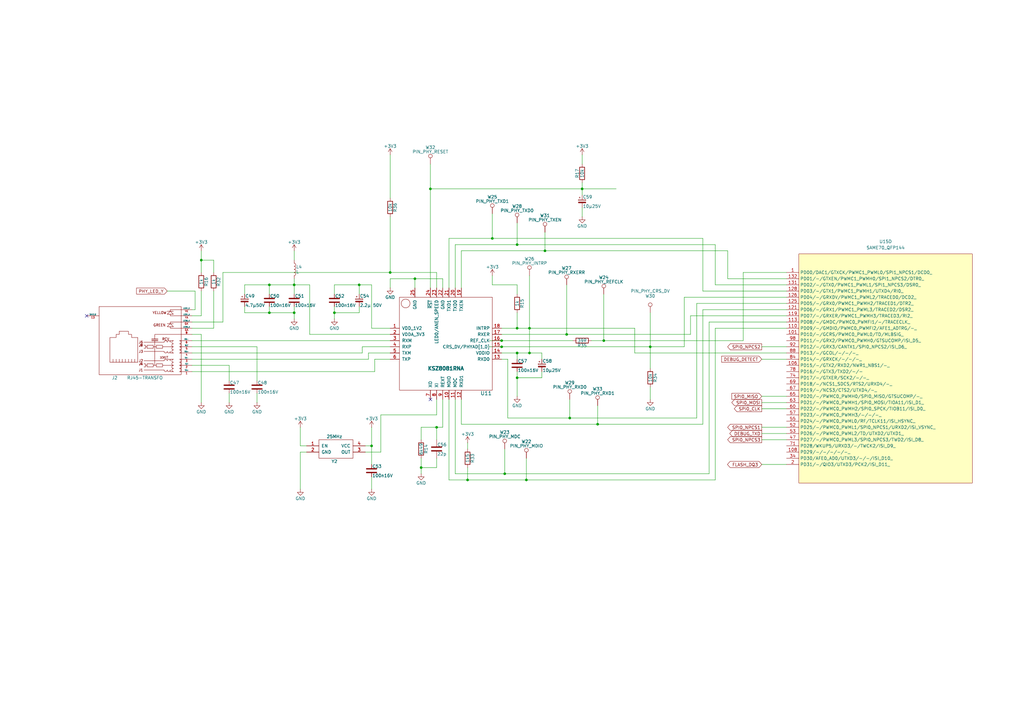
<source format=kicad_sch>
(kicad_sch (version 20231120) (generator "eeschema") (generator_version "8.0")
  (paper "A3")
  (junction (at 82.55 106.68))
  (junction (at 172.72 191.77))
  (junction (at 245.11 173.99))
  (junction (at 232.41 137.16))
  (junction (at 110.49 116.84))
  (junction (at 205.74 139.7))
  (junction (at 233.68 171.45))
  (junction (at 147.32 116.84))
  (junction (at 179.07 175.26))
  (junction (at 215.9 196.85))
  (junction (at 152.4 182.88))
  (junction (at 212.09 134.62))
  (junction (at 207.01 194.31))
  (junction (at 110.49 128.27))
  (junction (at 266.7 142.24))
  (junction (at 191.77 196.85))
  (junction (at 212.09 144.78))
  (junction (at 120.65 128.27))
  (junction (at 212.09 154.94))
  (junction (at 137.16 128.27))
  (junction (at 170.18 114.3))
  (junction (at 217.17 144.78))
  (junction (at 201.93 97.79))
  (junction (at 217.17 134.62))
  (junction (at 212.09 100.33))
  (junction (at 205.74 142.24))
  (junction (at 238.76 77.47))
  (junction (at 176.53 77.47))
  (junction (at 223.52 102.87))
  (junction (at 160.02 111.76))
  (junction (at 120.65 116.84))
  (junction (at 247.65 139.7))
  (no_connect (at 35.56 129.54))
  (no_connect (at 176.53 163.83))
  (wire (pts (xy 312.42 147.32) (xy 322.58 147.32)))
  (wire (pts (xy 160.02 111.76) (xy 179.07 111.76)))
  (wire (pts (xy 238.76 85.09) (xy 238.76 88.9)))
  (wire (pts (xy 151.13 144.78) (xy 160.02 144.78)))
  (wire (pts (xy 217.17 134.62) (xy 217.17 144.78)))
  (wire (pts (xy 217.17 134.62) (xy 260.35 134.62)))
  (wire (pts (xy 312.42 142.24) (xy 322.58 142.24)))
  (wire (pts (xy 201.93 87.63) (xy 201.93 97.79)))
  (wire (pts (xy 222.25 154.94) (xy 212.09 154.94)))
  (wire (pts (xy 266.7 158.75) (xy 266.7 163.83)))
  (wire (pts (xy 91.44 111.76) (xy 91.44 132.08)))
  (wire (pts (xy 238.76 77.47) (xy 238.76 80.01)))
  (wire (pts (xy 212.09 154.94) (xy 212.09 162.56)))
  (wire (pts (xy 82.55 106.68) (xy 87.63 106.68)))
  (wire (pts (xy 82.55 129.54) (xy 78.74 129.54)))
  (wire (pts (xy 152.4 175.26) (xy 152.4 182.88)))
  (wire (pts (xy 285.75 124.46) (xy 285.75 171.45)))
  (wire (pts (xy 170.18 114.3) (xy 170.18 118.11)))
  (wire (pts (xy 191.77 191.77) (xy 191.77 196.85)))
  (wire (pts (xy 137.16 128.27) (xy 137.16 130.81)))
  (wire (pts (xy 93.98 161.29) (xy 93.98 165.1)))
  (wire (pts (xy 172.72 187.96) (xy 172.72 191.77)))
  (wire (pts (xy 100.33 125.73) (xy 100.33 128.27)))
  (wire (pts (xy 87.63 134.62) (xy 78.74 134.62)))
  (wire (pts (xy 312.42 190.5) (xy 322.58 190.5)))
  (wire (pts (xy 233.68 171.45) (xy 285.75 171.45)))
  (wire (pts (xy 80.01 127) (xy 80.01 119.38)))
  (wire (pts (xy 205.74 137.16) (xy 232.41 137.16)))
  (wire (pts (xy 217.17 113.03) (xy 217.17 134.62)))
  (wire (pts (xy 189.23 173.99) (xy 245.11 173.99)))
  (wire (pts (xy 290.83 132.08) (xy 290.83 194.31)))
  (wire (pts (xy 322.58 124.46) (xy 285.75 124.46)))
  (wire (pts (xy 212.09 116.84) (xy 212.09 120.65)))
  (wire (pts (xy 148.59 144.78) (xy 148.59 142.24)))
  (wire (pts (xy 153.67 147.32) (xy 160.02 147.32)))
  (wire (pts (xy 201.93 97.79) (xy 288.29 97.79)))
  (wire (pts (xy 105.41 161.29) (xy 105.41 165.1)))
  (wire (pts (xy 215.9 196.85) (xy 293.37 196.85)))
  (wire (pts (xy 298.45 114.3) (xy 298.45 102.87)))
  (wire (pts (xy 217.17 144.78) (xy 212.09 144.78)))
  (wire (pts (xy 280.67 121.92) (xy 280.67 142.24)))
  (wire (pts (xy 82.55 106.68) (xy 82.55 111.76)))
  (wire (pts (xy 186.69 100.33) (xy 186.69 118.11)))
  (wire (pts (xy 189.23 118.11) (xy 189.23 102.87)))
  (wire (pts (xy 152.4 182.88) (xy 149.86 182.88)))
  (wire (pts (xy 238.76 63.5) (xy 238.76 67.31)))
  (wire (pts (xy 152.4 134.62) (xy 152.4 116.84)))
  (wire (pts (xy 312.42 165.1) (xy 322.58 165.1)))
  (wire (pts (xy 222.25 144.78) (xy 222.25 147.32)))
  (wire (pts (xy 78.74 144.78) (xy 148.59 144.78)))
  (wire (pts (xy 78.74 137.16) (xy 82.55 137.16)))
  (wire (pts (xy 212.09 100.33) (xy 293.37 100.33)))
  (wire (pts (xy 312.42 162.56) (xy 322.58 162.56)))
  (wire (pts (xy 82.55 102.87) (xy 82.55 106.68)))
  (wire (pts (xy 217.17 144.78) (xy 222.25 144.78)))
  (wire (pts (xy 172.72 191.77) (xy 179.07 191.77)))
  (wire (pts (xy 152.4 134.62) (xy 160.02 134.62)))
  (wire (pts (xy 152.4 195.58) (xy 152.4 200.66)))
  (wire (pts (xy 205.74 147.32) (xy 208.28 147.32)))
  (wire (pts (xy 191.77 181.61) (xy 191.77 184.15)))
  (wire (pts (xy 123.19 185.42) (xy 125.73 185.42)))
  (wire (pts (xy 208.28 147.32) (xy 208.28 171.45)))
  (wire (pts (xy 176.53 77.47) (xy 176.53 118.11)))
  (wire (pts (xy 184.15 196.85) (xy 191.77 196.85)))
  (wire (pts (xy 147.32 125.73) (xy 147.32 128.27)))
  (wire (pts (xy 179.07 175.26) (xy 179.07 180.34)))
  (wire (pts (xy 212.09 134.62) (xy 217.17 134.62)))
  (wire (pts (xy 238.76 77.47) (xy 252.73 77.47)))
  (wire (pts (xy 266.7 128.27) (xy 266.7 142.24)))
  (wire (pts (xy 181.61 175.26) (xy 181.61 163.83)))
  (wire (pts (xy 110.49 125.73) (xy 110.49 128.27)))
  (wire (pts (xy 200.66 142.24) (xy 205.74 142.24)))
  (wire (pts (xy 312.42 175.26) (xy 322.58 175.26)))
  (wire (pts (xy 184.15 163.83) (xy 184.15 196.85)))
  (wire (pts (xy 189.23 163.83) (xy 189.23 173.99)))
  (wire (pts (xy 247.65 120.65) (xy 247.65 139.7)))
  (wire (pts (xy 266.7 142.24) (xy 266.7 151.13)))
  (wire (pts (xy 147.32 116.84) (xy 147.32 120.65)))
  (wire (pts (xy 208.28 171.45) (xy 233.68 171.45)))
  (wire (pts (xy 212.09 91.44) (xy 212.09 100.33)))
  (wire (pts (xy 156.21 170.18) (xy 179.07 170.18)))
  (wire (pts (xy 288.29 127) (xy 288.29 173.99)))
  (wire (pts (xy 120.65 114.3) (xy 120.65 116.84)))
  (wire (pts (xy 160.02 63.5) (xy 160.02 81.28)))
  (wire (pts (xy 200.66 139.7) (xy 205.74 139.7)))
  (wire (pts (xy 110.49 128.27) (xy 120.65 128.27)))
  (wire (pts (xy 205.74 139.7) (xy 234.95 139.7)))
  (wire (pts (xy 110.49 116.84) (xy 100.33 116.84)))
  (wire (pts (xy 322.58 116.84) (xy 293.37 116.84)))
  (wire (pts (xy 186.69 163.83) (xy 186.69 194.31)))
  (wire (pts (xy 78.74 127) (xy 80.01 127)))
  (wire (pts (xy 105.41 142.24) (xy 105.41 156.21)))
  (wire (pts (xy 186.69 100.33) (xy 212.09 100.33)))
  (wire (pts (xy 78.74 139.7) (xy 160.02 139.7)))
  (wire (pts (xy 212.09 144.78) (xy 212.09 147.32)))
  (wire (pts (xy 152.4 182.88) (xy 152.4 190.5)))
  (wire (pts (xy 172.72 175.26) (xy 179.07 175.26)))
  (wire (pts (xy 322.58 127) (xy 288.29 127)))
  (wire (pts (xy 172.72 180.34) (xy 172.72 175.26)))
  (wire (pts (xy 78.74 142.24) (xy 105.41 142.24)))
  (wire (pts (xy 160.02 114.3) (xy 170.18 114.3)))
  (wire (pts (xy 223.52 95.25) (xy 223.52 102.87)))
  (wire (pts (xy 78.74 152.4) (xy 153.67 152.4)))
  (wire (pts (xy 322.58 132.08) (xy 290.83 132.08)))
  (wire (pts (xy 283.21 129.54) (xy 283.21 137.16)))
  (wire (pts (xy 242.57 139.7) (xy 247.65 139.7)))
  (wire (pts (xy 247.65 139.7) (xy 304.8 139.7)))
  (wire (pts (xy 260.35 144.78) (xy 260.35 134.62)))
  (wire (pts (xy 207.01 184.15) (xy 207.01 194.31)))
  (wire (pts (xy 322.58 129.54) (xy 283.21 129.54)))
  (wire (pts (xy 100.33 116.84) (xy 100.33 120.65)))
  (wire (pts (xy 82.55 137.16) (xy 82.55 165.1)))
  (wire (pts (xy 293.37 134.62) (xy 293.37 196.85)))
  (wire (pts (xy 93.98 149.86) (xy 93.98 156.21)))
  (wire (pts (xy 149.86 185.42) (xy 156.21 185.42)))
  (wire (pts (xy 137.16 116.84) (xy 137.16 120.65)))
  (wire (pts (xy 181.61 114.3) (xy 181.61 118.11)))
  (wire (pts (xy 147.32 116.84) (xy 137.16 116.84)))
  (wire (pts (xy 186.69 194.31) (xy 207.01 194.31)))
  (wire (pts (xy 201.93 113.03) (xy 201.93 116.84)))
  (wire (pts (xy 322.58 119.38) (xy 288.29 119.38)))
  (wire (pts (xy 152.4 116.84) (xy 147.32 116.84)))
  (wire (pts (xy 222.25 152.4) (xy 222.25 154.94)))
  (wire (pts (xy 322.58 114.3) (xy 298.45 114.3)))
  (wire (pts (xy 280.67 142.24) (xy 266.7 142.24)))
  (wire (pts (xy 245.11 166.37) (xy 245.11 173.99)))
  (wire (pts (xy 120.65 116.84) (xy 120.65 120.65)))
  (wire (pts (xy 288.29 119.38) (xy 288.29 97.79)))
  (wire (pts (xy 151.13 147.32) (xy 151.13 144.78)))
  (wire (pts (xy 156.21 185.42) (xy 156.21 170.18)))
  (wire (pts (xy 233.68 163.83) (xy 233.68 171.45)))
  (wire (pts (xy 160.02 118.11) (xy 160.02 114.3)))
  (wire (pts (xy 245.11 173.99) (xy 288.29 173.99)))
  (wire (pts (xy 238.76 74.93) (xy 238.76 77.47)))
  (wire (pts (xy 293.37 116.84) (xy 293.37 100.33)))
  (wire (pts (xy 205.74 144.78) (xy 212.09 144.78)))
  (wire (pts (xy 322.58 111.76) (xy 304.8 111.76)))
  (wire (pts (xy 191.77 196.85) (xy 215.9 196.85)))
  (wire (pts (xy 179.07 163.83) (xy 179.07 170.18)))
  (wire (pts (xy 82.55 119.38) (xy 82.55 129.54)))
  (wire (pts (xy 87.63 119.38) (xy 87.63 134.62)))
  (wire (pts (xy 123.19 200.66) (xy 123.19 185.42)))
  (wire (pts (xy 322.58 144.78) (xy 260.35 144.78)))
  (wire (pts (xy 205.74 142.24) (xy 266.7 142.24)))
  (wire (pts (xy 207.01 194.31) (xy 290.83 194.31)))
  (wire (pts (xy 137.16 125.73) (xy 137.16 128.27)))
  (wire (pts (xy 184.15 97.79) (xy 184.15 118.11)))
  (wire (pts (xy 322.58 121.92) (xy 280.67 121.92)))
  (wire (pts (xy 148.59 142.24) (xy 160.02 142.24)))
  (wire (pts (xy 91.44 132.08) (xy 78.74 132.08)))
  (wire (pts (xy 172.72 191.77) (xy 172.72 194.31)))
  (wire (pts (xy 232.41 137.16) (xy 283.21 137.16)))
  (wire (pts (xy 78.74 149.86) (xy 93.98 149.86)))
  (wire (pts (xy 232.41 116.84) (xy 232.41 137.16)))
  (wire (pts (xy 110.49 116.84) (xy 110.49 120.65)))
  (wire (pts (xy 80.01 119.38) (xy 68.58 119.38)))
  (wire (pts (xy 223.52 102.87) (xy 298.45 102.87)))
  (wire (pts (xy 123.19 182.88) (xy 125.73 182.88)))
  (wire (pts (xy 189.23 102.87) (xy 223.52 102.87)))
  (wire (pts (xy 205.74 134.62) (xy 212.09 134.62)))
  (wire (pts (xy 120.65 128.27) (xy 120.65 130.81)))
  (wire (pts (xy 91.44 111.76) (xy 160.02 111.76)))
  (wire (pts (xy 176.53 77.47) (xy 238.76 77.47)))
  (wire (pts (xy 176.53 67.31) (xy 176.53 77.47)))
  (wire (pts (xy 120.65 116.84) (xy 110.49 116.84)))
  (wire (pts (xy 170.18 114.3) (xy 181.61 114.3)))
  (wire (pts (xy 160.02 88.9) (xy 160.02 111.76)))
  (wire (pts (xy 312.42 180.34) (xy 322.58 180.34)))
  (wire (pts (xy 87.63 106.68) (xy 87.63 111.76)))
  (wire (pts (xy 212.09 128.27) (xy 212.09 134.62)))
  (wire (pts (xy 179.07 111.76) (xy 179.07 118.11)))
  (wire (pts (xy 184.15 97.79) (xy 201.93 97.79)))
  (wire (pts (xy 78.74 147.32) (xy 151.13 147.32)))
  (wire (pts (xy 100.33 128.27) (xy 110.49 128.27)))
  (wire (pts (xy 215.9 187.96) (xy 215.9 196.85)))
  (wire (pts (xy 120.65 125.73) (xy 120.65 128.27)))
  (wire (pts (xy 312.42 167.64) (xy 322.58 167.64)))
  (wire (pts (xy 153.67 152.4) (xy 153.67 147.32)))
  (wire (pts (xy 322.58 134.62) (xy 293.37 134.62)))
  (wire (pts (xy 312.42 177.8) (xy 322.58 177.8)))
  (wire (pts (xy 123.19 175.26) (xy 123.19 182.88)))
  (wire (pts (xy 127 137.16) (xy 127 116.84)))
  (wire (pts (xy 120.65 102.87) (xy 120.65 106.68)))
  (wire (pts (xy 179.07 191.77) (xy 179.07 187.96)))
  (wire (pts (xy 304.8 111.76) (xy 304.8 139.7)))
  (wire (pts (xy 147.32 128.27) (xy 137.16 128.27)))
  (wire (pts (xy 179.07 175.26) (xy 181.61 175.26)))
  (wire (pts (xy 201.93 116.84) (xy 212.09 116.84)))
  (wire (pts (xy 127 137.16) (xy 160.02 137.16)))
  (wire (pts (xy 127 116.84) (xy 120.65 116.84)))
  (wire (pts (xy 212.09 152.4) (xy 212.09 154.94)))
  (global_label "SPI0_MISO" (shape input) (at 312.42 162.56 180) (property "Intersheetrefs" "${INTERSHEET_REFS}" (effects (hide yes))))
  (global_label "SPI0_CLK" (shape output) (at 312.42 167.64 180) (property "Intersheetrefs" "${INTERSHEET_REFS}" (effects (hide yes))))
  (global_label "SPI0_NPCS1" (shape output) (at 312.42 175.26 180) (property "Intersheetrefs" "${INTERSHEET_REFS}" (effects (hide yes))))
  (global_label "FLASH_DQ3" (shape bidirectional) (at 312.42 190.5 180) (property "Intersheetrefs" "${INTERSHEET_REFS}" (effects (hide yes))))
  (global_label "SPI0_NPCS2" (shape output) (at 312.42 142.24 180) (property "Intersheetrefs" "${INTERSHEET_REFS}" (effects (hide yes))))
  (global_label "DEBUG_DETECT" (shape input) (at 312.42 147.32 180) (property "Intersheetrefs" "${INTERSHEET_REFS}" (effects (hide yes))))
  (global_label "DEBUG_TXD" (shape output) (at 312.42 177.8 180) (property "Intersheetrefs" "${INTERSHEET_REFS}" (effects (hide yes))))
  (global_label "SPI0_NPCS3" (shape output) (at 312.42 180.34 180) (property "Intersheetrefs" "${INTERSHEET_REFS}" (effects (hide yes))))
  (global_label "SPI0_MOSI" (shape output) (at 312.42 165.1 180) (property "Intersheetrefs" "${INTERSHEET_REFS}" (effects (hide yes))))
  (global_label "PHY_LED_Y" (shape input) (at 68.58 119.38 180) (property "Intersheetrefs" "${INTERSHEET_REFS}" (effects (hide yes))))
  (symbol (lib_id "ATSAME70:KSZ8081RNA") (at 182.88 140.97 0) (unit 1)
    (property "Reference" "U11" (at 199.39 161.29 0) (effects (font (size 1.524 1.524))))
    (property "Value" "KSZ8081RNA" (at 182.88 151.13 0) (effects (font (size 1.524 1.524) (bold yes))))
    (property "Footprint" "mylib:QFN-24-1EP_4x4mm_Pitch0.5mm" (effects (hide yes)))
    (instances (project "TEST4" (path "" (reference "U11") (unit 1))) (project "ControllerBoard" (path "" (reference "U5") (unit 1))))
  )
  (symbol (lib_id "ATSAME70:RJ45-TRANSFO") (at 50.8 139.7 180) (unit 1)
    (property "Reference" "J2" (at 48.26 154.94 0) (effects (justify left)))
    (property "Value" "RJ45-TRANSFO" (at 52.07 154.94 0) (effects (justify right)))
    (property "Footprint" "mylib:RJ45_TRANSFO_CONNEX_11AC010X" (effects (hide yes)))
    (instances (project "TEST4" (path "" (reference "J2") (unit 1))) (project "ControllerBoard" (path "" (reference "J1") (unit 1))))
  )
  (symbol (lib_id "ATSAME70:GND") (at 93.98 165.1 0) (unit 1)
    (property "Reference" "#PWR094" (effects (hide yes)))
    (property "Value" "GND" (at 93.98 168.91 0))
    (property "Description" "Power symbol creates a global label with name \"GND\" , ground" (effects (hide yes)))
    (instances (project "TEST4" (path "" (reference "#PWR094") (unit 1))) (project "" (path "" (reference "#PWR37") (unit 1))))
  )
  (symbol (lib_id "ATSAME70:GND") (at 105.41 165.1 0) (unit 1)
    (property "Reference" "#PWR095" (effects (hide yes)))
    (property "Value" "GND" (at 105.41 168.91 0))
    (property "Description" "Power symbol creates a global label with name \"GND\" , ground" (effects (hide yes)))
    (instances (project "TEST4" (path "" (reference "#PWR095") (unit 1))) (project "" (path "" (reference "#PWR40") (unit 1))))
  )
  (symbol (lib_id "ATSAME70:C_100n_16V_0402") (at 93.98 158.75 0) (unit 1)
    (property "Reference" "C47" (at 94.234 156.972 0) (effects (justify left)))
    (property "Value" "100n16V" (at 94.234 160.782 0) (effects (justify left)))
    (property "Footprint" "ATSAME70:C_0402" (effects (hide yes)))
    (property "Description" "Unpolarized capacitor" (effects (hide yes)))
    (property "LCSC" "C1525" (effects (hide yes)))
    (instances (project "TEST4" (path "" (reference "C47") (unit 1))) (project "ControllerBoard" (path "" (reference "C24") (unit 1))))
  )
  (symbol (lib_id "ATSAME70:C_100n_16V_0402") (at 105.41 158.75 0) (unit 1)
    (property "Reference" "C48" (at 105.664 156.972 0) (effects (justify left)))
    (property "Value" "100n16V" (at 105.664 160.782 0) (effects (justify left)))
    (property "Footprint" "ATSAME70:C_0402" (effects (hide yes)))
    (property "Description" "Unpolarized capacitor" (effects (hide yes)))
    (property "LCSC" "C1525" (effects (hide yes)))
    (instances (project "TEST4" (path "" (reference "C48") (unit 1))) (project "ControllerBoard" (path "" (reference "C26") (unit 1))))
  )
  (symbol (lib_id "TEST4-rescue:CP_Small") (at 147.32 123.19 0) (unit 1)
    (property "Reference" "C54" (at 147.574 121.412 0) (effects (justify left)))
    (property "Value" "2.2µ 50V" (at 147.574 125.222 0) (effects (justify left)))
    (property "Footprint" "mylib:C_1206" (effects (hide yes)))
    (instances (project "TEST4" (path "" (reference "C54") (unit 1))) (project "ControllerBoard" (path "" (reference "C30") (unit 1))))
  )
  (symbol (lib_id "ATSAME70:C_100n_16V_0402") (at 137.16 123.19 0) (unit 1)
    (property "Reference" "C52" (at 137.414 121.412 0) (effects (justify left)))
    (property "Value" "100n16V" (at 137.414 125.222 0) (effects (justify left)))
    (property "Footprint" "ATSAME70:C_0402" (effects (hide yes)))
    (property "Description" "Unpolarized capacitor" (effects (hide yes)))
    (property "LCSC" "C1525" (effects (hide yes)))
    (instances (project "TEST4" (path "" (reference "C52") (unit 1))) (project "ControllerBoard" (path "" (reference "C29") (unit 1))))
  )
  (symbol (lib_id "ATSAME70:C_100n_16V_0402") (at 110.49 123.19 0) (unit 1)
    (property "Reference" "C50" (at 110.744 121.412 0) (effects (justify left)))
    (property "Value" "100n16V" (at 110.744 125.222 0) (effects (justify left)))
    (property "Footprint" "ATSAME70:C_0402" (effects (hide yes)))
    (property "Description" "Unpolarized capacitor" (effects (hide yes)))
    (property "LCSC" "C1525" (effects (hide yes)))
    (instances (project "TEST4" (path "" (reference "C50") (unit 1))) (project "ControllerBoard" (path "" (reference "C27") (unit 1))))
  )
  (symbol (lib_id "ATSAME70:GND") (at 137.16 130.81 0) (unit 1)
    (property "Reference" "#PWR096" (effects (hide yes)))
    (property "Value" "GND" (at 137.16 134.62 0))
    (property "Description" "Power symbol creates a global label with name \"GND\" , ground" (effects (hide yes)))
    (instances (project "TEST4" (path "" (reference "#PWR096") (unit 1))) (project "" (path "" (reference "#PWR43") (unit 1))))
  )
  (symbol (lib_id "ATSAME70:C_Polarized_Small") (at 100.33 123.19 0) (unit 1)
    (property "Reference" "C49" (at 100.584 121.412 0) (effects (justify left)))
    (property "Value" "4.7µ50V" (at 100.584 125.222 0) (effects (justify left)))
    (property "Footprint" "mylib:C_1206" (effects (hide yes)))
    (property "Description" "Polarized capacitor, small symbol" (effects (hide yes)))
    (instances (project "TEST4" (path "" (reference "C49") (unit 1))) (project "ControllerBoard" (path "" (reference "C25") (unit 1))))
  )
  (symbol (lib_id "ATSAME70:C_100n_16V_0402") (at 120.65 123.19 0) (unit 1)
    (property "Reference" "C51" (at 120.904 121.412 0) (effects (justify left)))
    (property "Value" "100n16V" (at 120.904 125.222 0) (effects (justify left)))
    (property "Footprint" "ATSAME70:C_0402" (effects (hide yes)))
    (property "Description" "Unpolarized capacitor" (effects (hide yes)))
    (property "LCSC" "C1525" (effects (hide yes)))
    (instances (project "TEST4" (path "" (reference "C51") (unit 1))) (project "ControllerBoard" (path "" (reference "C28") (unit 1))))
  )
  (symbol (lib_id "ATSAME70:GND") (at 120.65 130.81 0) (unit 1)
    (property "Reference" "#PWR097" (effects (hide yes)))
    (property "Value" "GND" (at 120.65 134.62 0))
    (property "Description" "Power symbol creates a global label with name \"GND\" , ground" (effects (hide yes)))
    (instances (project "TEST4" (path "" (reference "#PWR097") (unit 1))) (project "" (path "" (reference "#PWR42") (unit 1))))
  )
  (symbol (lib_id "ATSAME70:+3.3V") (at 120.65 102.87 0) (unit 1)
    (property "Reference" "#PWR098" (effects (hide yes)))
    (property "Value" "+3V3" (at 120.65 99.314 0))
    (property "Description" "Power symbol creates a global label with name \"+3.3V\"" (effects (hide yes)))
    (instances (project "TEST4" (path "" (reference "#PWR098") (unit 1))) (project "" (path "" (reference "#PWR41") (unit 1))))
  )
  (symbol (lib_id "ATSAME70:R") (at 212.09 124.46 0) (unit 1)
    (property "Reference" "R15" (at 214.122 124.46 90))
    (property "Value" "1k" (at 212.09 124.46 90))
    (property "Footprint" "mylib:R_1206" (effects (hide yes)))
    (property "Description" "Resistor" (effects (hide yes)))
    (instances (project "TEST4" (path "" (reference "R15") (unit 1))) (project "ControllerBoard" (path "" (reference "R39") (unit 1))))
  )
  (symbol (lib_id "ATSAME70:+3.3V") (at 201.93 113.03 0) (unit 1)
    (property "Reference" "#PWR099" (effects (hide yes)))
    (property "Value" "+3V3" (at 201.93 109.474 0))
    (property "Description" "Power symbol creates a global label with name \"+3.3V\"" (effects (hide yes)))
    (instances (project "TEST4" (path "" (reference "#PWR099") (unit 1))) (project "" (path "" (reference "#PWR55") (unit 1))))
  )
  (symbol (lib_id "ATSAME70:C_100n_16V_0402") (at 212.09 149.86 0) (unit 1)
    (property "Reference" "C57" (at 212.344 148.082 0) (effects (justify left)))
    (property "Value" "100n16V" (at 212.344 151.892 0) (effects (justify left)))
    (property "Footprint" "ATSAME70:C_0402" (effects (hide yes)))
    (property "Description" "Unpolarized capacitor" (effects (hide yes)))
    (property "LCSC" "C1525" (effects (hide yes)))
    (instances (project "TEST4" (path "" (reference "C57") (unit 1))) (project "ControllerBoard" (path "" (reference "C33") (unit 1))))
  )
  (symbol (lib_id "ATSAME70:R") (at 172.72 184.15 0) (unit 1)
    (property "Reference" "R14" (at 174.752 184.15 90))
    (property "Value" "6k49" (at 172.72 184.15 90))
    (property "Footprint" "mylib:R_0805" (effects (hide yes)))
    (property "Description" "Resistor" (effects (hide yes)))
    (instances (project "TEST4" (path "" (reference "R14") (unit 1))) (project "ControllerBoard" (path "" (reference "R34") (unit 1))))
  )
  (symbol (lib_id "ATSAME70:C") (at 179.07 184.15 0) (unit 1)
    (property "Reference" "C56" (at 179.324 182.372 0) (effects (justify left)))
    (property "Value" "22p" (at 179.324 186.182 0) (effects (justify left)))
    (property "Footprint" "ATSAME70:C_0402" (effects (hide yes)))
    (property "Description" "Unpolarized capacitor" (effects (hide yes)))
    (property "LCSC" "C1555" (effects (hide yes)))
    (instances (project "TEST4" (path "" (reference "C56") (unit 1))) (project "ControllerBoard" (path "" (reference "C32") (unit 1))))
  )
  (symbol (lib_id "ATSAME70:GND") (at 123.19 200.66 0) (unit 1)
    (property "Reference" "#PWR0101" (effects (hide yes)))
    (property "Value" "GND" (at 123.19 204.47 0))
    (property "Description" "Power symbol creates a global label with name \"GND\" , ground" (effects (hide yes)))
    (instances (project "TEST4" (path "" (reference "#PWR0101") (unit 1))) (project "" (path "" (reference "#PWR39") (unit 1))))
  )
  (symbol (lib_id "ATSAME70:GND") (at 212.09 162.56 0) (unit 1)
    (property "Reference" "#PWR0102" (effects (hide yes)))
    (property "Value" "GND" (at 212.09 166.37 0))
    (property "Description" "Power symbol creates a global label with name \"GND\" , ground" (effects (hide yes)))
    (instances (project "TEST4" (path "" (reference "#PWR0102") (unit 1))) (project "" (path "" (reference "#PWR50") (unit 1))))
  )
  (symbol (lib_id "TEST4-rescue:CP_Small") (at 222.25 149.86 0) (unit 1)
    (property "Reference" "C58" (at 222.504 148.082 0) (effects (justify left)))
    (property "Value" "10µ25V" (at 222.504 151.892 0) (effects (justify left)))
    (property "Footprint" "mylib:C_1206" (effects (hide yes)))
    (instances (project "TEST4" (path "" (reference "C58") (unit 1))) (project "ControllerBoard" (path "" (reference "C34") (unit 1))))
  )
  (symbol (lib_id "ATSAME70:GND") (at 160.02 118.11 0) (unit 1)
    (property "Reference" "#PWR0103" (effects (hide yes)))
    (property "Value" "GND" (at 160.02 121.92 0))
    (property "Description" "Power symbol creates a global label with name \"GND\" , ground" (effects (hide yes)))
    (instances (project "TEST4" (path "" (reference "#PWR0103") (unit 1))) (project "" (path "" (reference "#PWR46") (unit 1))))
  )
  (symbol (lib_id "ATSAME70:R") (at 82.55 115.57 0) (unit 1)
    (property "Reference" "R16" (at 84.582 115.57 90))
    (property "Value" "1k" (at 82.55 115.57 90))
    (property "Footprint" "mylib:R_1206" (effects (hide yes)))
    (property "Description" "Resistor" (effects (hide yes)))
    (instances (project "TEST4" (path "" (reference "R16") (unit 1))) (project "ControllerBoard" (path "" (reference "R31") (unit 1))))
  )
  (symbol (lib_id "ATSAME70:+3.3V") (at 82.55 102.87 0) (unit 1)
    (property "Reference" "#PWR0104" (effects (hide yes)))
    (property "Value" "+3V3" (at 82.55 99.314 0))
    (property "Description" "Power symbol creates a global label with name \"+3.3V\"" (effects (hide yes)))
    (instances (project "TEST4" (path "" (reference "#PWR0104") (unit 1))) (project "" (path "" (reference "#PWR35") (unit 1))))
  )
  (symbol (lib_id "ATSAME70:GND") (at 82.55 165.1 0) (unit 1)
    (property "Reference" "#PWR0105" (effects (hide yes)))
    (property "Value" "GND" (at 82.55 168.91 0))
    (property "Description" "Power symbol creates a global label with name \"GND\" , ground" (effects (hide yes)))
    (instances (project "TEST4" (path "" (reference "#PWR0105") (unit 1))) (project "" (path "" (reference "#PWR36") (unit 1))))
  )
  (symbol (lib_id "TEST4-rescue:CP_Small") (at 238.76 82.55 0) (unit 1)
    (property "Reference" "C59" (at 239.014 80.772 0) (effects (justify left)))
    (property "Value" "10µ25V" (at 239.014 84.582 0) (effects (justify left)))
    (property "Footprint" "mylib:C_1206" (effects (hide yes)))
    (instances (project "TEST4" (path "" (reference "C59") (unit 1))) (project "ControllerBoard" (path "" (reference "C35") (unit 1))))
  )
  (symbol (lib_id "ATSAME70:GND") (at 238.76 88.9 0) (unit 1)
    (property "Reference" "#PWR0106" (effects (hide yes)))
    (property "Value" "GND" (at 238.76 92.71 0))
    (property "Description" "Power symbol creates a global label with name \"GND\" , ground" (effects (hide yes)))
    (instances (project "TEST4" (path "" (reference "#PWR0106") (unit 1))) (project "" (path "" (reference "#PWR54") (unit 1))))
  )
  (symbol (lib_id "ATSAME70:R_10k_0402") (at 238.76 71.12 180) (unit 1)
    (property "Reference" "R17" (at 236.728 71.12 90))
    (property "Value" "10k" (at 238.76 71.12 90))
    (property "Footprint" "ATSAME70:R_0402" (effects (hide yes)))
    (property "Description" "62.5mW Thick Film Resistors 50V ±100ppm/℃ ±1% 10kΩ 0402 Chip Resistor - Surface Mount ROHS" (effects (hide yes)))
    (property "LCSC" "C25744" (effects (hide yes)))
    (instances (project "TEST4" (path "" (reference "R17") (unit 1))) (project "ControllerBoard" (path "" (reference "R38") (unit 1))))
  )
  (symbol (lib_id "ATSAME70:+3.3V") (at 238.76 63.5 0) (unit 1)
    (property "Reference" "#PWR0107" (effects (hide yes)))
    (property "Value" "+3V3" (at 238.76 59.944 0))
    (property "Description" "Power symbol creates a global label with name \"+3.3V\"" (effects (hide yes)))
    (instances (project "TEST4" (path "" (reference "#PWR0107") (unit 1))) (project "" (path "" (reference "#PWR53") (unit 1))))
  )
  (symbol (lib_id "ATSAME70:GND") (at 172.72 194.31 0) (unit 1)
    (property "Reference" "#PWR0108" (effects (hide yes)))
    (property "Value" "GND" (at 172.72 198.12 0))
    (property "Description" "Power symbol creates a global label with name \"GND\" , ground" (effects (hide yes)))
    (instances (project "TEST4" (path "" (reference "#PWR0108") (unit 1))) (project "" (path "" (reference "#PWR48") (unit 1))))
  )
  (symbol (lib_id "ATSAME70:OSC_XO91") (at 137.16 184.15 0) (unit 1)
    (property "Reference" "Y2" (at 137.16 189.23 0))
    (property "Value" "25MHz" (at 137.16 179.07 0))
    (property "Footprint" "ATSAME70:TCXO_53" (effects (hide yes)))
    (property "LCSC" "C70560" (effects (hide yes)))
  )
  (symbol (lib_id "ATSAME70:+3.3V") (at 123.19 175.26 0) (unit 1)
    (property "Reference" "#PWR0109" (effects (hide yes)))
    (property "Value" "+3V3" (at 123.19 171.704 0))
    (property "Description" "Power symbol creates a global label with name \"+3.3V\"" (effects (hide yes)))
    (instances (project "TEST4" (path "" (reference "#PWR0109") (unit 1))) (project "" (path "" (reference "#PWR38") (unit 1))))
  )
  (symbol (lib_id "ATSAME70:L") (at 120.65 110.49 0) (unit 1)
    (property "Reference" "L4" (at 121.412 109.474 0) (effects (justify left)))
    (property "Value" "L" (at 121.412 111.506 0) (effects (justify left)))
    (property "Footprint" "mylib:C_1207_Reflow" (effects (hide yes)))
    (property "Description" "Inductor" (effects (hide yes)))
    (instances (project "TEST4" (path "" (reference "L4") (unit 1))) (project "ControllerBoard" (path "" (reference "L5") (unit 1))))
  )
  (symbol (lib_id "ATSAME70:TEST_1P") (at 215.9 187.96 0) (unit 1)
    (property "Reference" "W22" (at 215.9 181.102 0))
    (property "Value" "PIN_PHY_MDIO" (at 215.9 182.88 0))
    (property "Footprint" "mylib:TestPad_09mmDrill" (effects (hide yes)))
    (instances (project "TEST4" (path "" (reference "W22") (unit 1))) (project "ControllerBoard" (path "" (reference "W21") (unit 1))))
  )
  (symbol (lib_id "ATSAME70:TEST_1P") (at 207.01 184.15 0) (unit 1)
    (property "Reference" "W23" (at 207.01 177.292 0))
    (property "Value" "PIN_PHY_MDC" (at 207.01 179.07 0))
    (property "Footprint" "mylib:TestPad_09mmDrill" (effects (hide yes)))
    (instances (project "TEST4" (path "" (reference "W23") (unit 1))) (project "ControllerBoard" (path "" (reference "W19") (unit 1))))
  )
  (symbol (lib_id "ATSAME70:R") (at 191.77 187.96 0) (unit 1)
    (property "Reference" "R33" (at 193.802 187.96 90))
    (property "Value" "1k5" (at 191.77 187.96 90))
    (property "Footprint" "mylib:R_1206" (effects (hide yes)))
    (property "Description" "Resistor" (effects (hide yes)))
    (instances (project "TEST4" (path "" (reference "R33") (unit 1))) (project "ControllerBoard" (path "" (reference "R35") (unit 1))))
  )
  (symbol (lib_id "ATSAME70:+3.3V") (at 191.77 181.61 0) (unit 1)
    (property "Reference" "#PWR0110" (effects (hide yes)))
    (property "Value" "+3V3" (at 191.77 178.054 0))
    (property "Description" "Power symbol creates a global label with name \"+3.3V\"" (effects (hide yes)))
    (instances (project "TEST4" (path "" (reference "#PWR0110") (unit 1))) (project "" (path "" (reference "#PWR51") (unit 1))))
  )
  (symbol (lib_id "ATSAME70:R") (at 87.63 115.57 0) (unit 1)
    (property "Reference" "R32" (at 89.662 115.57 90))
    (property "Value" "1k" (at 87.63 115.57 90))
    (property "Footprint" "mylib:R_1206" (effects (hide yes)))
    (property "Description" "Resistor" (effects (hide yes)))
  )
  (symbol (lib_id "ATSAME70:R_10k_0402") (at 266.7 154.94 0) (unit 1)
    (property "Reference" "R34" (at 268.732 154.94 90))
    (property "Value" "10k" (at 266.7 154.94 90))
    (property "Footprint" "ATSAME70:R_0402" (effects (hide yes)))
    (property "Description" "62.5mW Thick Film Resistors 50V ±100ppm/℃ ±1% 10kΩ 0402 Chip Resistor - Surface Mount ROHS" (effects (hide yes)))
    (property "LCSC" "C25744" (effects (hide yes)))
    (instances (project "TEST4" (path "" (reference "R34") (unit 1))) (project "ControllerBoard" (path "" (reference "R36") (unit 1))))
  )
  (symbol (lib_id "ATSAME70:GND") (at 266.7 163.83 0) (unit 1)
    (property "Reference" "#PWR0111" (effects (hide yes)))
    (property "Value" "GND" (at 266.7 167.64 0))
    (property "Description" "Power symbol creates a global label with name \"GND\" , ground" (effects (hide yes)))
    (instances (project "TEST4" (path "" (reference "#PWR0111") (unit 1))) (project "" (path "" (reference "#PWR52") (unit 1))))
  )
  (symbol (lib_id "ATSAME70:R") (at 238.76 139.7 270) (unit 1)
    (property "Reference" "R35" (at 238.76 141.732 90))
    (property "Value" "39R" (at 238.76 139.7 90))
    (property "Footprint" "mylib:R_1206" (effects (hide yes)))
    (property "Description" "Resistor" (effects (hide yes)))
    (instances (project "TEST4" (path "" (reference "R35") (unit 1))) (project "ControllerBoard" (path "" (reference "R37") (unit 1))))
  )
  (symbol (lib_id "ATSAME70:TEST_1P") (at 247.65 120.65 0) (unit 1)
    (property "Reference" "W24" (at 247.65 113.792 0))
    (property "Value" "PIN_PHY_REFCLK" (at 247.65 115.57 0))
    (property "Footprint" "mylib:TestPad_09mmDrill" (effects (hide yes)))
    (instances (project "TEST4" (path "" (reference "W24") (unit 1))) (project "ControllerBoard" (path "" (reference "W18") (unit 1))))
  )
  (symbol (lib_id "ATSAME70:R_10k_0402") (at 160.02 85.09 0) (unit 1)
    (property "Reference" "R36" (at 162.052 85.09 90))
    (property "Value" "10k" (at 160.02 85.09 90))
    (property "Footprint" "ATSAME70:R_0402" (effects (hide yes)))
    (property "Description" "62.5mW Thick Film Resistors 50V ±100ppm/℃ ±1% 10kΩ 0402 Chip Resistor - Surface Mount ROHS" (effects (hide yes)))
    (property "LCSC" "C25744" (effects (hide yes)))
    (instances (project "TEST4" (path "" (reference "R36") (unit 1))) (project "ControllerBoard" (path "" (reference "R33") (unit 1))))
  )
  (symbol (lib_id "ATSAME70:+3.3V") (at 160.02 63.5 0) (unit 1)
    (property "Reference" "#PWR0112" (effects (hide yes)))
    (property "Value" "+3V3" (at 160.02 59.944 0))
    (property "Description" "Power symbol creates a global label with name \"+3.3V\"" (effects (hide yes)))
    (instances (project "TEST4" (path "" (reference "#PWR0112") (unit 1))) (project "" (path "" (reference "#PWR47") (unit 1))))
  )
  (symbol (lib_id "ATSAME70:TEST_1P") (at 176.53 67.31 0) (unit 1)
    (property "Reference" "W32" (at 176.53 60.452 0))
    (property "Value" "PIN_PHY_RESET" (at 176.53 62.23 0))
    (property "Footprint" "mylib:TestPad_09mmDrill" (effects (hide yes)))
    (instances (project "TEST4" (path "" (reference "W32") (unit 1))) (project "ControllerBoard" (path "" (reference "W17") (unit 1))))
  )
  (symbol (lib_id "ATSAME70:TEST_1P") (at 201.93 87.63 0) (unit 1)
    (property "Reference" "W25" (at 201.93 80.772 0))
    (property "Value" "PIN_PHY_TXD1" (at 201.93 82.55 0))
    (property "Footprint" "mylib:TestPad_09mmDrill" (effects (hide yes)))
    (instances (project "TEST4" (path "" (reference "W25") (unit 1))) (project "ControllerBoard" (path "" (reference "W10") (unit 1))))
  )
  (symbol (lib_id "ATSAME70:TEST_1P") (at 212.09 91.44 0) (unit 1)
    (property "Reference" "W28" (at 212.09 84.582 0))
    (property "Value" "PIN_PHY_TXD0" (at 212.09 86.36 0))
    (property "Footprint" "mylib:TestPad_09mmDrill" (effects (hide yes)))
    (instances (project "TEST4" (path "" (reference "W28") (unit 1))) (project "ControllerBoard" (path "" (reference "W13") (unit 1))))
  )
  (symbol (lib_id "ATSAME70:TEST_1P") (at 223.52 95.25 0) (unit 1)
    (property "Reference" "W31" (at 223.52 88.392 0))
    (property "Value" "PIN_PHY_TXEN" (at 223.52 90.17 0))
    (property "Footprint" "mylib:TestPad_09mmDrill" (effects (hide yes)))
    (instances (project "TEST4" (path "" (reference "W31") (unit 1))) (project "ControllerBoard" (path "" (reference "W16") (unit 1))))
  )
  (symbol (lib_id "ATSAME70:TEST_1P") (at 217.17 113.03 0) (unit 1)
    (property "Reference" "W26" (at 217.17 106.172 0))
    (property "Value" "PIN_PHY_INTRP" (at 217.17 107.95 0))
    (property "Footprint" "mylib:TestPad_09mmDrill" (effects (hide yes)))
    (instances (project "TEST4" (path "" (reference "W26") (unit 1))) (project "ControllerBoard" (path "" (reference "W11") (unit 1))))
  )
  (symbol (lib_id "ATSAME70:TEST_1P") (at 232.41 116.84 0) (unit 1)
    (property "Reference" "W27" (at 232.41 109.982 0))
    (property "Value" "PIN_PHY_RXERR" (at 232.41 111.76 0))
    (property "Footprint" "mylib:TestPad_09mmDrill" (effects (hide yes)))
    (instances (project "TEST4" (path "" (reference "W27") (unit 1))) (project "ControllerBoard" (path "" (reference "W12") (unit 1))))
  )
  (symbol (lib_id "ATSAME70:TEST_1P") (at 266.7 128.27 0) (unit 1)
    (property "Reference" "W30" (at 266.7 121.412 0))
    (property "Value" "PIN_PHY_CRS_DV" (at 266.7 119.38 0))
    (property "Footprint" "mylib:TestPad_09mmDrill" (effects (hide yes)))
    (instances (project "TEST4" (path "" (reference "W30") (unit 1))) (project "ControllerBoard" (path "" (reference "W15") (unit 1))))
  )
  (symbol (lib_id "ATSAME70:TEST_1P") (at 233.68 163.83 0) (unit 1)
    (property "Reference" "W29" (at 233.68 156.972 0))
    (property "Value" "PIN_PHY_RXD0" (at 233.68 158.75 0))
    (property "Footprint" "mylib:TestPad_09mmDrill" (effects (hide yes)))
    (instances (project "TEST4" (path "" (reference "W29") (unit 1))) (project "ControllerBoard" (path "" (reference "W14") (unit 1))))
  )
  (symbol (lib_id "ATSAME70:TEST_1P") (at 245.11 166.37 0) (unit 1)
    (property "Reference" "W33" (at 245.11 159.512 0))
    (property "Value" "PIN_PHY_RXD1" (at 245.11 161.29 0))
    (property "Footprint" "mylib:TestPad_09mmDrill" (effects (hide yes)))
    (instances (project "TEST4" (path "" (reference "W33") (unit 1))) (project "ControllerBoard" (path "" (reference "W20") (unit 1))))
  )
  (symbol (lib_id "ATSAME70:C_100n_16V_0402") (at 152.4 193.04 0) (unit 1)
    (property "Reference" "C53" (at 152.654 191.262 0) (effects (justify left)))
    (property "Value" "100n16V" (at 152.654 195.072 0) (effects (justify left)))
    (property "Footprint" "ATSAME70:C_0402" (effects (hide yes)))
    (property "Description" "Unpolarized capacitor" (effects (hide yes)))
    (property "LCSC" "C1525" (effects (hide yes)))
    (instances (project "TEST4" (path "" (reference "C53") (unit 1))) (project "ControllerBoard" (path "" (reference "C31") (unit 1))))
  )
  (symbol (lib_id "ATSAME70:GND") (at 152.4 200.66 0) (unit 1)
    (property "Reference" "#PWR0113" (effects (hide yes)))
    (property "Value" "GND" (at 152.4 204.47 0))
    (property "Description" "Power symbol creates a global label with name \"GND\" , ground" (effects (hide yes)))
    (instances (project "TEST4" (path "" (reference "#PWR0113") (unit 1))) (project "" (path "" (reference "#PWR45") (unit 1))))
  )
  (symbol (lib_id "ATSAME70:+3.3V") (at 152.4 175.26 0) (unit 1)
    (property "Reference" "#PWR0114" (effects (hide yes)))
    (property "Value" "+3V3" (at 152.4 171.704 0))
    (property "Description" "Power symbol creates a global label with name \"+3.3V\"" (effects (hide yes)))
    (instances (project "TEST4" (path "" (reference "#PWR0114") (unit 1))) (project "" (path "" (reference "#PWR44") (unit 1))))
  )
  (symbol (lib_id "ATSAME70:SAME70_QFP144") (at 363.22 151.13 0) (mirror y) (unit 4)
    (property "Reference" "U15" (at 363.22 99.06 0))
    (property "Value" "SAME70_QFP144" (at 363.22 101.6 0))
    (property "Footprint" "Package_QFP:LQFP-144_20x20mm_P0.5mm" (effects (hide yes)))
    (property "Datasheet" "http://ww1.microchip.com/downloads/en/DeviceDoc/SAM-E70-S70-V70-V71-Family-Data-Sheet-DS60001527D.pdf" (effects (hide yes)))
    (property "Description" "SAM E70 Microchip SMART ARM Cortex-M7-based MCU, 2048K Flash, 384K SRAM, LQFP144" (effects (hide yes)))
  )
)
</source>
